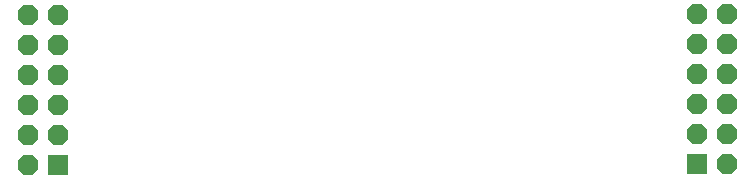
<source format=gbr>
%TF.GenerationSoftware,KiCad,Pcbnew,8.0.5-8.0.5-0~ubuntu24.04.1*%
%TF.CreationDate,2024-09-18T15:47:18+03:00*%
%TF.ProjectId,PMOD1,504d4f44-312e-46b6-9963-61645f706362,rev?*%
%TF.SameCoordinates,Original*%
%TF.FileFunction,Soldermask,Bot*%
%TF.FilePolarity,Negative*%
%FSLAX46Y46*%
G04 Gerber Fmt 4.6, Leading zero omitted, Abs format (unit mm)*
G04 Created by KiCad (PCBNEW 8.0.5-8.0.5-0~ubuntu24.04.1) date 2024-09-18 15:47:18*
%MOMM*%
%LPD*%
G01*
G04 APERTURE LIST*
G04 Aperture macros list*
%AMFreePoly0*
4,1,13,0.835355,0.835355,0.850000,0.800000,0.850000,-0.800000,0.835355,-0.835355,0.800000,-0.850000,-0.800000,-0.850000,-0.835355,-0.835355,-0.850000,-0.800000,-0.850000,0.800000,-0.835355,0.835355,-0.800000,0.850000,0.800000,0.850000,0.835355,0.835355,0.835355,0.835355,$1*%
%AMFreePoly1*
4,1,17,0.366726,0.835355,0.835355,0.366726,0.850000,0.331371,0.850000,-0.331371,0.835355,-0.366726,0.366726,-0.835355,0.331371,-0.850000,-0.331371,-0.850000,-0.366726,-0.835355,-0.835355,-0.366726,-0.850000,-0.331371,-0.850000,0.331371,-0.835355,0.366726,-0.366726,0.835355,-0.331371,0.850000,0.331371,0.850000,0.366726,0.835355,0.366726,0.835355,$1*%
G04 Aperture macros list end*
%ADD10FreePoly0,180.000000*%
%ADD11FreePoly1,180.000000*%
%ADD12FreePoly0,0.000000*%
%ADD13FreePoly1,0.000000*%
G04 APERTURE END LIST*
D10*
%TO.C,PMOD1*%
X169356000Y-109428998D03*
D11*
X169356000Y-106888998D03*
X169356000Y-104348998D03*
X169356000Y-101808998D03*
X169356000Y-99268998D03*
X169356000Y-96728998D03*
X171896000Y-109428998D03*
X171896000Y-106888998D03*
X171896000Y-104348998D03*
X171896000Y-101808998D03*
X171896000Y-99268998D03*
X171896000Y-96728998D03*
%TD*%
D12*
%TO.C,PMOD2*%
X115260000Y-109453998D03*
D13*
X115260000Y-106913998D03*
X115260000Y-104373998D03*
X115260000Y-101833998D03*
X115260000Y-99293998D03*
X115260000Y-96753998D03*
X112720000Y-109453998D03*
X112720000Y-106913998D03*
X112720000Y-104373998D03*
X112720000Y-101833998D03*
X112720000Y-99293998D03*
X112720000Y-96753998D03*
%TD*%
M02*

</source>
